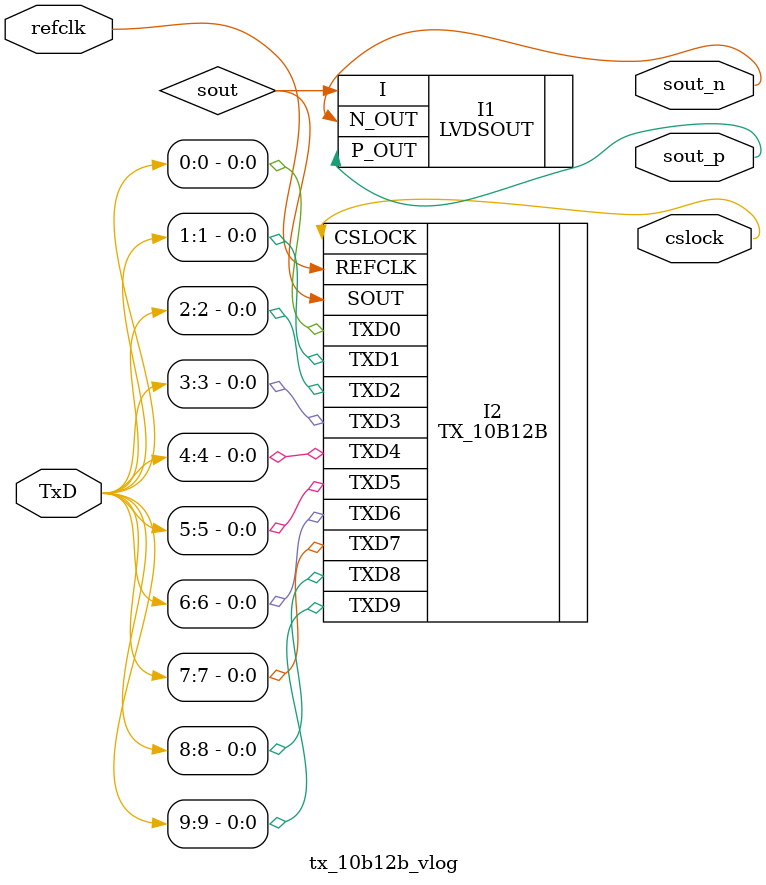
<source format=v>



module tx_10b12b_vlog (TxD,refclk, sout_p,sout_n,cslock);


	input 	[9:0] 	TxD;
	input 		refclk;

	output sout_p	/* synthesis loc = "PF15"*/;
	output sout_n	/* synthesis loc = "PF14"*/;
	output cslock;

	//exemplar attribute sout_p loc PF15
	//exemplar attribute sout_n loc PF14

	wire sout;

	LVDSOUT I1 (.I(sout), .P_OUT(sout_p), .N_OUT(sout_n));
	
	defparam I2.in_freq = "55.00";

TX_10B12B I2 (
	.TXD0(TxD[0]),
	.TXD1(TxD[1]),
	.TXD2(TxD[2]),
	.TXD3(TxD[3]),
	.TXD4(TxD[4]),
	.TXD5(TxD[5]),
	.TXD6(TxD[6]),
	.TXD7(TxD[7]),
	.TXD8(TxD[8]),
	.TXD9(TxD[9]),
	.REFCLK(refclk),
	.SOUT(sout),
	.CSLOCK(cslock)
	);

// exemplar attribute I2 in_freq 55.00

endmodule

</source>
